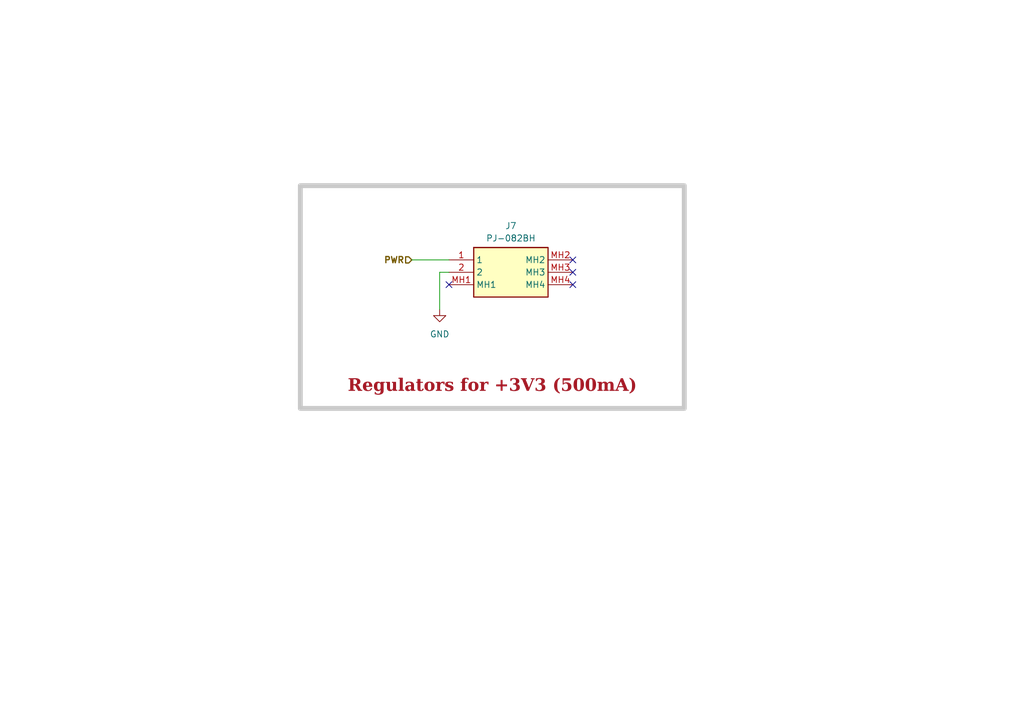
<source format=kicad_sch>
(kicad_sch (version 20230121) (generator eeschema)
  (paper "A5")
  (lib_symbols
    (symbol "PJ-082BH:PJ-082BH"
      (property "Reference" "J" (at 21.59 7.62 0))
      (property "Value" "PJ-082BH" (at 21.59 5.08 0))
      (symbol "PJ-082BH_1_1"
        (rectangle (start 5.08 2.54) (end 20.32 -7.62) (stroke (width 0.254)) (fill (type background)))
        (pin passive line (at 0 0 0) (length 5.08) (name "1") (number "1"))
        (pin passive line (at 0 -2.54 0) (length 5.08) (name "2") (number "2"))
        (pin passive line (at 0 -5.08 0) (length 5.08) (name "MH1") (number "MH1"))
        (pin passive line (at 25.4 0 180) (length 5.08) (name "MH2") (number "MH2"))
        (pin passive line (at 25.4 -2.54 180) (length 5.08) (name "MH3") (number "MH3"))
        (pin passive line (at 25.4 -5.08 180) (length 5.08) (name "MH4") (number "MH4"))
      )
    )
    (symbol "power:GND" (power) (pin_names (offset 0))
      (property "Value" "GND" (at 0 -3.81 0))
      (symbol "GND_0_1"
        (polyline (pts (xy 0 0) (xy 0 -1.27) (xy 1.27 -1.27) (xy 0 -2.54) (xy -1.27 -1.27) (xy 0 -1.27)))
      )
      (symbol "GND_1_1"
        (pin power_in line (at 0 0 270) (length 0) hide (name "GND") (number "1"))
      )
    )
  )
  (no_connect (at 117.475 58.42))
  (no_connect (at 117.475 55.88))
  (no_connect (at 92.075 58.42))
  (no_connect (at 117.475 53.34))
  (wire (pts (xy 92.075 55.88) (xy 90.17 55.88)))
  (wire (pts (xy 90.17 55.88) (xy 90.17 63.5)))
  (wire (pts (xy 84.455 53.34) (xy 92.075 53.34)))
  (rectangle (start 61.595 38.1) (end 140.335 83.82) (stroke (width 1) (color 200 200 200 1)))
  (text_box "Regulators for +3V3 (500mA)\n" (at 62.23 73.025 0) (size 77.47 9.525) (stroke (width -0.0001)) (effects (font (size 2.54 2.54) (thickness 0.508) bold) (justify bottom)))
  (hierarchical_label "PWR" (shape input) (at 84.455 53.34 180) (effects (font (thickness 0.254) bold)))
  (symbol (lib_id "PJ-082BH:PJ-082BH") (at 92.075 53.34 0) (unit 1)
    (property "Reference" "J7" (at 104.775 46.355 0))
    (property "Value" "PJ-082BH" (at 104.775 48.895 0))
    (property "Footprint" "PJ082BH" (effects hide))
    (property "Datasheet" "https://www.mouser.co.uk/datasheet/2/670/pj_082bh-1779031.pdf" (effects hide))
    (property "Height" "10.2" (effects hide))
    (property "Mouser Part Number" "490-PJ-082BH" (effects hide))
    (property "Mouser Price/Stock" "https://www.mouser.co.uk/ProductDetail/CUI-Devices/PJ-082BH?qs=WyjlAZoYn52P2Lo8hPB1tg%3D%3D" (effects hide))
    (property "Manufacturer_Name" "CUI Devices" (effects hide))
    (property "Manufacturer_Part_Number" "PJ-082BH" (effects hide))
    (instances (project "smps_legged_robot" (path "" (reference "J7") (unit 1)) (path "" (reference "J6") (unit 1)) (path "" (reference "J8") (unit 1)) (path "" (reference "J9") (unit 1))))
  )
  (symbol (lib_id "power:GND") (at 90.17 63.5 0) (unit 1)
    (property "Reference" "#PWR023" (effects hide))
    (property "Value" "GND" (at 90.17 68.58 0))
    (instances (project "smps_legged_robot" (path "" (reference "#PWR023") (unit 1)) (path "" (reference "#PWR022") (unit 1)) (path "" (reference "#PWR024") (unit 1)) (path "" (reference "#PWR025") (unit 1))))
  )
)
</source>
